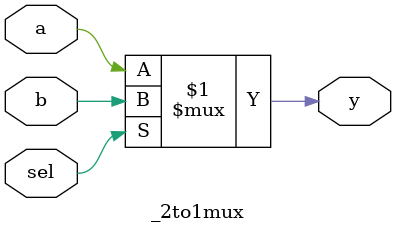
<source format=v>
module _2to1mux(input wire a,b,sel,output wire y);
    assign y=sel ? b : a;
endmodule
</source>
